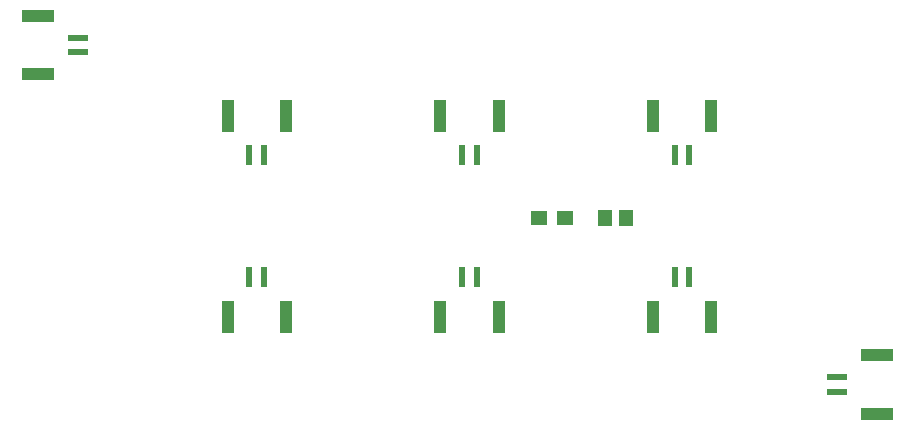
<source format=gtp>
G04*
G04 #@! TF.GenerationSoftware,Altium Limited,Altium Designer,20.0.2 (26)*
G04*
G04 Layer_Color=8421504*
%FSLAX25Y25*%
%MOIN*%
G70*
G01*
G75*
%ADD14R,0.05512X0.05000*%
%ADD15R,0.04567X0.05787*%
%ADD16R,0.11024X0.03937*%
%ADD17R,0.06693X0.02362*%
%ADD18R,0.03937X0.11024*%
%ADD19R,0.02362X0.06693*%
D14*
X438640Y215952D02*
D03*
X447341D02*
D03*
D15*
X460496Y216000D02*
D03*
X467504D02*
D03*
D16*
X271654Y263878D02*
D03*
Y283366D02*
D03*
X551181Y170177D02*
D03*
Y150689D02*
D03*
D17*
X284842Y271161D02*
D03*
Y276083D02*
D03*
X537992Y162894D02*
D03*
Y157972D02*
D03*
D18*
X425098Y183071D02*
D03*
X405610D02*
D03*
X334744Y250000D02*
D03*
X354232D02*
D03*
X495965Y183071D02*
D03*
X476476D02*
D03*
X476476Y250000D02*
D03*
X495965D02*
D03*
X354232Y183071D02*
D03*
X334744D02*
D03*
X405610Y250000D02*
D03*
X425098D02*
D03*
D19*
X417815Y196260D02*
D03*
X412894D02*
D03*
X342028Y236811D02*
D03*
X346949D02*
D03*
X488681Y196260D02*
D03*
X483760D02*
D03*
X483760Y236811D02*
D03*
X488681D02*
D03*
X346949Y196260D02*
D03*
X342028D02*
D03*
X412894Y236811D02*
D03*
X417815D02*
D03*
M02*

</source>
